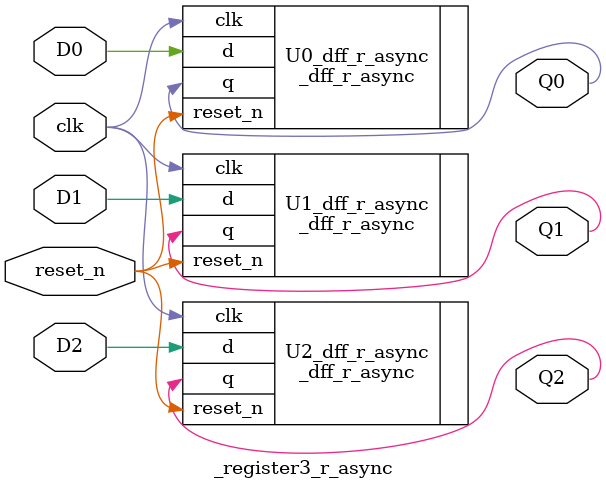
<source format=v>
module _register3_r_async(clk, reset_n, D2, D1, D0, Q2, Q1, Q0);	// this module makes resettable 3 bits register
input clk, reset_n; // define input clk, reset_n
input D2, D1, D0; // define input D2, D1, D0
output Q2, Q1, Q0; // define output Q2, Q1, Q0

// three asynchronous resettable d flipflop instance
_dff_r_async U0_dff_r_async( 
	.clk(clk),
	.reset_n(reset_n),
	.d(D0),
	.q(Q0)
	);
	
_dff_r_async U1_dff_r_async(
	.clk(clk),
	.reset_n(reset_n),
	.d(D1),
	.q(Q1)
	);
	
_dff_r_async U2_dff_r_async(
	.clk(clk),
	.reset_n(reset_n),
	.d(D2),
	.q(Q2)
	);

endmodule // end of module


</source>
